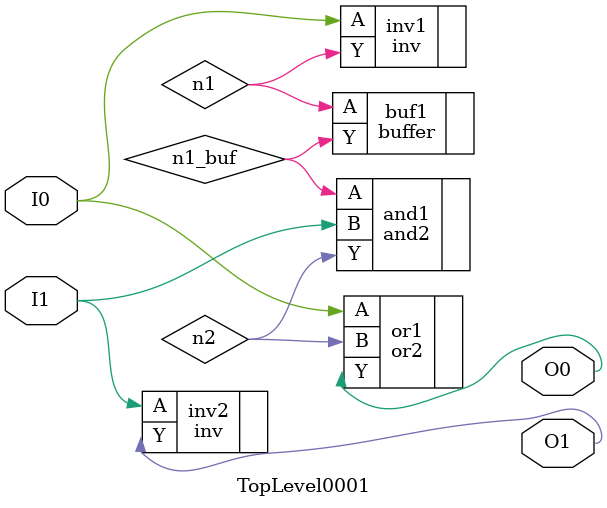
<source format=v>

module TopLevel0001(I0, I1, O0, O1);
  input I0, I1;
  output O0, O1;
  
  wire n1, n1_buf, n2;
  
  inv inv1(.A(I0), .Y(n1));           // n1 = ~I0
  buffer buf1(.A(n1), .Y(n1_buf));    // n1_buf = n1 (buffer added)
  and2 and1(.A(n1_buf), .B(I1), .Y(n2)); // n2 = ~I0 & I1 (swapped operands)
  or2 or1(.A(I0), .B(n2), .Y(O0));   // O0 = I0 | n2 (swapped operands)
  inv inv2(.A(I1), .Y(O1));           // O1 = ~I1
  
endmodule

</source>
